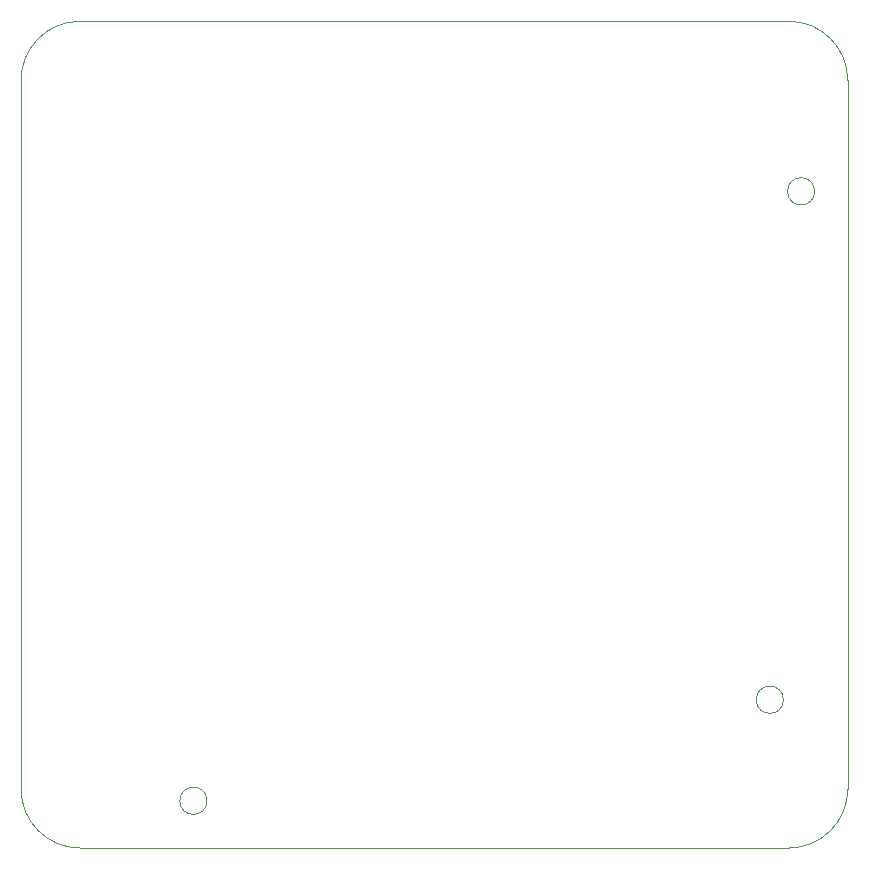
<source format=gbr>
G04 #@! TF.GenerationSoftware,KiCad,Pcbnew,(5.1.4-0-10_14)*
G04 #@! TF.CreationDate,2020-11-17T21:22:23+01:00*
G04 #@! TF.ProjectId,output_driver,6f757470-7574-45f6-9472-697665722e6b,rev?*
G04 #@! TF.SameCoordinates,Original*
G04 #@! TF.FileFunction,Profile,NP*
%FSLAX46Y46*%
G04 Gerber Fmt 4.6, Leading zero omitted, Abs format (unit mm)*
G04 Created by KiCad (PCBNEW (5.1.4-0-10_14)) date 2020-11-17 21:22:23*
%MOMM*%
%LPD*%
G04 APERTURE LIST*
%ADD10C,0.050000*%
G04 APERTURE END LIST*
D10*
X119552000Y-107448000D02*
G75*
G03X119552000Y-107448000I-1152000J0D01*
G01*
X122200000Y-64400000D02*
G75*
G03X122200000Y-64400000I-1152000J0D01*
G01*
X70752000Y-116000000D02*
G75*
G03X70752000Y-116000000I-1152000J0D01*
G01*
X120000000Y-120000000D02*
X60000000Y-120000000D01*
X125000000Y-55000000D02*
X125000000Y-115000000D01*
X60000000Y-50000000D02*
X120000000Y-50000000D01*
X55000000Y-115000000D02*
X55000000Y-55000000D01*
X60000000Y-120000000D02*
G75*
G02X55000000Y-115000000I0J5000000D01*
G01*
X125000000Y-115000000D02*
G75*
G02X120000000Y-120000000I-5000000J0D01*
G01*
X120000000Y-50000000D02*
G75*
G02X125000000Y-55000000I0J-5000000D01*
G01*
X55000000Y-55000000D02*
G75*
G02X60000000Y-50000000I5000000J0D01*
G01*
M02*

</source>
